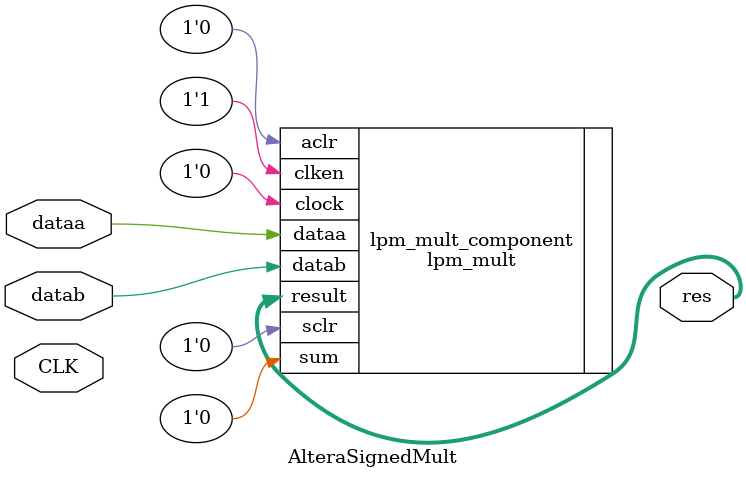
<source format=v>


// synopsys translate_off
`timescale 1 ps / 1 ps
// synopsys translate_on
module AlteraSignedMult (
  CLK,
  dataa,
  datab,
  res);

  parameter WIDTH = 1;

  input  CLK;
  input  [WIDTH-1:0] dataa;
  input  [WIDTH-1:0] datab;
  output [(2*WIDTH)-1:0] res;

  lpm_mult lpm_mult_component (
        //.clock (CLK),
        .clock (1'b0),
        .dataa (dataa),
        .datab (datab),
        .result (res),
        .aclr (1'b0),
        .clken (1'b1),
        .sclr (1'b0),
        .sum (1'b0));
  defparam
    lpm_mult_component.lpm_hint = "MAXIMIZE_SPEED=5",
    lpm_mult_component.lpm_pipeline = 0,
    lpm_mult_component.lpm_representation = "SIGNED",
    lpm_mult_component.lpm_type = "LPM_MULT",
    lpm_mult_component.lpm_widtha = WIDTH,
    lpm_mult_component.lpm_widthb = WIDTH,
    lpm_mult_component.lpm_widthp = 2*WIDTH;

endmodule

</source>
